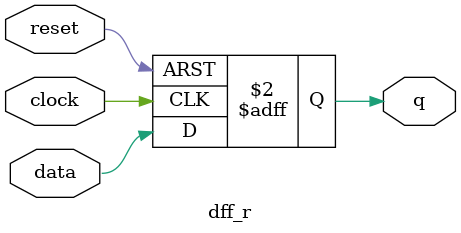
<source format=v>

module tapcontroller(TCK, TRST, TMS, clockdr, shiftdr, updatedr, clockir,
		     shiftir, updateir, select, bs_en);

   input TCK, TRST, TMS;
   output clockdr, shiftdr, updatedr, clockir,
	  shiftir, updateir, select, bs_en;

   wire   ps3, ps2, ps1, ps0;
   wire   nps3, nps2, nps1, nps0;
   wire   ns3, ns2, ns1, ns0;
   wire   nTMS;
   wire   nTCK;

   wire   w30, w31, w32, w33, w34, w35;
   wire   w20, w21, w22, w23;
   wire   w10, w11, w12;
   wire   w00, w01, w02, w03, w04, w05, w06, w07, w08;
   wire   w0, w1, w2, w3;
   wire   sir, clockdreg, bsen;

   not NOT_TCK(nTCK, TCK);
   not NOT_TMS(nTMS, TMS);
   not NOT_ps3(nps3, ps3);
   not NOT_ps2(nps2, ps2);
   not NOT_ps1(nps1, ps1);
   not NOT_ps0(nps0, ps0);

   //next state3
   // NS3 = PS3(PS1 + PS0) + TMS(PS3 PS2' + PS2' PS1' PS0)
   dff_r DFF3(ps3, TCK, TRST, ns3);
   or OR2_30(w30, ps1, ps0);
   and AND2_30(w31, ps3, w30);
   and AND2_31(w32, ps3, nps2);
   and AND3_30(w33, nps2, nps1, ps0);
   or OR2_31(w34, w32, w33);
   and AND2_32(w35, TMS, w34);
   or OR2_32(ns3, w31, w35);

   //next state2
   // NS2 = PS2 PS1 + TMS(PS1 + PS2 PS0)
   dff_r DFF2(ps2, TCK, TRST, ns2);
   and AND2_20(w20, ps2, ps1);
   and AND2_21(w21, ps2, ps0);
   or OR2_20(w22, w21, ps1);
   and AND2_22(w23, w22, TMS);
   or OR2_21(ns2, w20, w23);

   //next state1
   // NS1 = PS2' PS1 + TMS'(PS0 + PS1)
   dff_r DFF1(ps1, TCK, TRST, ns1);
   and AND2_10(w10, nps2, ps1);
   or OR2_10(w11, ps1, ps0);
   and AND2_12(w12, nTMS, w11);
   or OR3_10(ns1, w10, w12);

   //next state0
   // NS0 = PS2 PS1 PS0 + TMS'(PS2 PS1 + PS2' PS1' PS0) + TMS(PS3' PS2' PS1' + PS2 PS1' PS0')
   dff_r DFF0(ps0, TCK, TRST, ns0);
   and AND3_00(w00, ps2, ps1, ps0);
   and AND3_01(w01, ps2, ps1);
   and AND3_02(w02, nps2, nps1, ps0);
   or OR2_00(w03, w01, w02);
   and AND2_00(w04, w03, nTMS);
   and AND3_03(w05, nps3, nps2, nps1);
   and AND3_04(w06, ps2, nps1, nps0);
   or OR3_00(w07, w05, w06);
   and AND2_01(w08, TMS, w07);
   or OR3_01(ns0, w00, w04, w08);

   //output signal definitions
   // clockdr = 001X
   and AND4_0(clockdreg, nps3, nps2, ps1, nTCK);
   buf BUF_0(clockdr, clockdreg);

   // shiftdr = 0010
   and AND4_1(shiftdr, nps3, nps2, ps1, nps0);

   // updatedr = 0100
   and AND5_0(updatedr, nps3, ps2, nps1, nps0, nTCK);
   // clockir = 101X
   and AND4_2(clockir, ps3, nps2, ps1, nTCK);

   // shiftir = 1010
   and AND4_3(sir, ps3, nps2, ps1, nps0);
   dff DFF_5(shiftir, nTCK, sir);

   // updateir = 1100
   and AND5_1(updateir, ps3, ps2, nps1, nps0, nTCK);

   // select == 1XXX
   assign select = ps3;

   // bs_en = not 1000
   and AND4_4(w3, ps3, nps2, nps1, nps0);
   not NOT_2(bsen, w3);
   dff DFF_6(bs_en, nTCK, bsen);

endmodule // tapcontroller


module dff(q, clock, data);
   output reg q;
   input clock;
   input data;
   always @(posedge clock) begin
      q <= data;
   end
endmodule

module dff_r(q, clock, reset, data);
   output reg q;
   input clock;
   input data;
   input reset;
   always @(posedge clock or posedge reset) begin
      if(reset) q <= 0;
      else q <= data;
   end
endmodule
</source>
